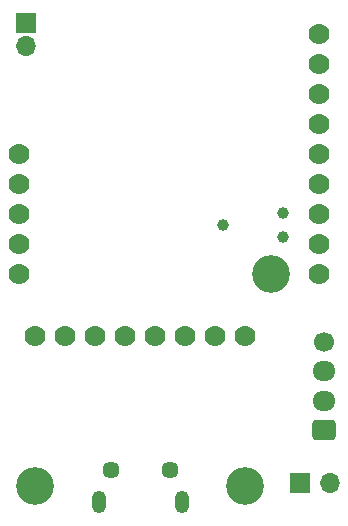
<source format=gbs>
G04 #@! TF.GenerationSoftware,KiCad,Pcbnew,9.0.0*
G04 #@! TF.CreationDate,2025-03-18T22:55:59-07:00*
G04 #@! TF.ProjectId,timingGatesSTM32V1,74696d69-6e67-4476-9174-657353544d33,rev?*
G04 #@! TF.SameCoordinates,Original*
G04 #@! TF.FileFunction,Soldermask,Bot*
G04 #@! TF.FilePolarity,Negative*
%FSLAX46Y46*%
G04 Gerber Fmt 4.6, Leading zero omitted, Abs format (unit mm)*
G04 Created by KiCad (PCBNEW 9.0.0) date 2025-03-18 22:55:59*
%MOMM*%
%LPD*%
G01*
G04 APERTURE LIST*
G04 Aperture macros list*
%AMRoundRect*
0 Rectangle with rounded corners*
0 $1 Rounding radius*
0 $2 $3 $4 $5 $6 $7 $8 $9 X,Y pos of 4 corners*
0 Add a 4 corners polygon primitive as box body*
4,1,4,$2,$3,$4,$5,$6,$7,$8,$9,$2,$3,0*
0 Add four circle primitives for the rounded corners*
1,1,$1+$1,$2,$3*
1,1,$1+$1,$4,$5*
1,1,$1+$1,$6,$7*
1,1,$1+$1,$8,$9*
0 Add four rect primitives between the rounded corners*
20,1,$1+$1,$2,$3,$4,$5,0*
20,1,$1+$1,$4,$5,$6,$7,0*
20,1,$1+$1,$6,$7,$8,$9,0*
20,1,$1+$1,$8,$9,$2,$3,0*%
G04 Aperture macros list end*
%ADD10R,1.700000X1.700000*%
%ADD11O,1.700000X1.700000*%
%ADD12C,1.778000*%
%ADD13C,1.700000*%
%ADD14O,1.950000X1.700000*%
%ADD15RoundRect,0.250000X-0.725000X0.600000X-0.725000X-0.600000X0.725000X-0.600000X0.725000X0.600000X0*%
%ADD16C,0.990600*%
%ADD17C,3.200000*%
%ADD18O,1.200000X1.900000*%
%ADD19C,1.450000*%
G04 APERTURE END LIST*
D10*
X88500000Y-126140000D03*
D11*
X91040000Y-126140000D03*
D12*
X90069800Y-108437000D03*
X90069800Y-105897000D03*
X90069800Y-103357000D03*
X90069800Y-100817000D03*
X90069800Y-98277000D03*
X90069800Y-95737000D03*
X90069800Y-93197000D03*
X90069800Y-90657000D03*
X90069800Y-88117000D03*
X64669800Y-108437000D03*
X64669800Y-105897000D03*
X64669800Y-103357000D03*
X64669800Y-100817000D03*
X64669800Y-98277000D03*
D13*
X90520000Y-114140000D03*
D14*
X90520000Y-116640000D03*
X90520000Y-119140000D03*
D15*
X90520000Y-121640000D03*
D16*
X81960000Y-104235000D03*
X87040000Y-103219000D03*
X87040000Y-105251000D03*
D10*
X65240000Y-87140000D03*
D11*
X65240000Y-89140000D03*
D12*
X83820000Y-113660000D03*
X81280000Y-113660000D03*
X78740000Y-113660000D03*
X76200000Y-113660000D03*
X73660000Y-113660000D03*
X71120000Y-113660000D03*
X68580000Y-113660000D03*
X66040000Y-113660000D03*
D17*
X83820000Y-126360000D03*
X66040000Y-126360000D03*
X86000000Y-108400000D03*
D18*
X71500000Y-127737500D03*
D19*
X72500000Y-125037500D03*
X77500000Y-125037500D03*
D18*
X78500000Y-127737500D03*
M02*

</source>
